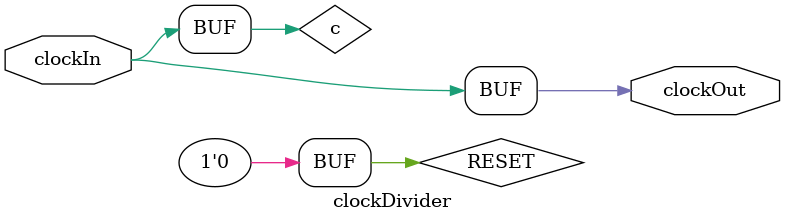
<source format=v>
`timescale 1ns / 1ps

module clockDivider(
		input clockIn,
		output clockOut
	);
	parameter clockdivs = 1;


	wire[clockdivs-1:0] c;
    reg RESET;
    assign c[0] = clockIn;
    assign clockOut = c[clockdivs-1];
     genvar i;

    generate
        for(i = 0; i < clockdivs - 1; i = i+1) begin
            begin:dividers
                tflipflop d(
                    .CLOCK(c[i]),
                    .RESET(RESET),
                    .T(1'b1),
                    .Q(c[i+1])
                );

            end
        end
    endgenerate

    initial begin
     RESET = 0;
    	$display("display driver clockDivider has %d divisions", clockdivs);

    end


 
endmodule

</source>
